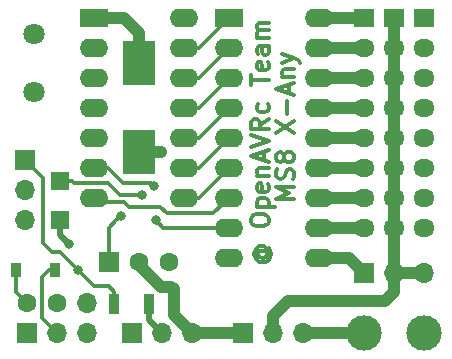
<source format=gbr>
G04 #@! TF.GenerationSoftware,KiCad,Pcbnew,(5.0.2)-1*
G04 #@! TF.CreationDate,2019-02-21T13:20:51+01:00*
G04 #@! TF.ProjectId,MutltiSwitch_Sw8,4d75746c-7469-4537-9769-7463685f5377,0.1*
G04 #@! TF.SameCoordinates,Original*
G04 #@! TF.FileFunction,Copper,L1,Top*
G04 #@! TF.FilePolarity,Positive*
%FSLAX46Y46*%
G04 Gerber Fmt 4.6, Leading zero omitted, Abs format (unit mm)*
G04 Created by KiCad (PCBNEW (5.0.2)-1) date 21/02/2019 13:20:51*
%MOMM*%
%LPD*%
G01*
G04 APERTURE LIST*
G04 #@! TA.AperFunction,NonConductor*
%ADD10C,0.300000*%
G04 #@! TD*
G04 #@! TA.AperFunction,ComponentPad*
%ADD11C,1.800000*%
G04 #@! TD*
G04 #@! TA.AperFunction,ComponentPad*
%ADD12R,1.800000X1.500000*%
G04 #@! TD*
G04 #@! TA.AperFunction,ComponentPad*
%ADD13O,1.800000X1.500000*%
G04 #@! TD*
G04 #@! TA.AperFunction,ComponentPad*
%ADD14R,2.400000X1.600000*%
G04 #@! TD*
G04 #@! TA.AperFunction,ComponentPad*
%ADD15O,2.400000X1.600000*%
G04 #@! TD*
G04 #@! TA.AperFunction,ComponentPad*
%ADD16C,3.000000*%
G04 #@! TD*
G04 #@! TA.AperFunction,SMDPad,CuDef*
%ADD17R,1.500000X1.500000*%
G04 #@! TD*
G04 #@! TA.AperFunction,ComponentPad*
%ADD18R,1.700000X1.700000*%
G04 #@! TD*
G04 #@! TA.AperFunction,ComponentPad*
%ADD19O,1.700000X1.700000*%
G04 #@! TD*
G04 #@! TA.AperFunction,ComponentPad*
%ADD20C,1.600000*%
G04 #@! TD*
G04 #@! TA.AperFunction,SMDPad,CuDef*
%ADD21R,0.900000X1.200000*%
G04 #@! TD*
G04 #@! TA.AperFunction,SMDPad,CuDef*
%ADD22R,0.900000X1.700000*%
G04 #@! TD*
G04 #@! TA.AperFunction,SMDPad,CuDef*
%ADD23R,2.700000X3.750000*%
G04 #@! TD*
G04 #@! TA.AperFunction,ViaPad*
%ADD24C,0.800000*%
G04 #@! TD*
G04 #@! TA.AperFunction,Conductor*
%ADD25C,0.500000*%
G04 #@! TD*
G04 #@! TA.AperFunction,Conductor*
%ADD26C,1.000000*%
G04 #@! TD*
G04 #@! TA.AperFunction,Conductor*
%ADD27C,0.310000*%
G04 #@! TD*
G04 APERTURE END LIST*
D10*
X158539571Y-106746714D02*
X157039571Y-106746714D01*
X158111000Y-106246714D01*
X157039571Y-105746714D01*
X158539571Y-105746714D01*
X158468142Y-105103857D02*
X158539571Y-104889571D01*
X158539571Y-104532428D01*
X158468142Y-104389571D01*
X158396714Y-104318142D01*
X158253857Y-104246714D01*
X158111000Y-104246714D01*
X157968142Y-104318142D01*
X157896714Y-104389571D01*
X157825285Y-104532428D01*
X157753857Y-104818142D01*
X157682428Y-104961000D01*
X157611000Y-105032428D01*
X157468142Y-105103857D01*
X157325285Y-105103857D01*
X157182428Y-105032428D01*
X157111000Y-104961000D01*
X157039571Y-104818142D01*
X157039571Y-104461000D01*
X157111000Y-104246714D01*
X157682428Y-103389571D02*
X157611000Y-103532428D01*
X157539571Y-103603857D01*
X157396714Y-103675285D01*
X157325285Y-103675285D01*
X157182428Y-103603857D01*
X157111000Y-103532428D01*
X157039571Y-103389571D01*
X157039571Y-103103857D01*
X157111000Y-102961000D01*
X157182428Y-102889571D01*
X157325285Y-102818142D01*
X157396714Y-102818142D01*
X157539571Y-102889571D01*
X157611000Y-102961000D01*
X157682428Y-103103857D01*
X157682428Y-103389571D01*
X157753857Y-103532428D01*
X157825285Y-103603857D01*
X157968142Y-103675285D01*
X158253857Y-103675285D01*
X158396714Y-103603857D01*
X158468142Y-103532428D01*
X158539571Y-103389571D01*
X158539571Y-103103857D01*
X158468142Y-102961000D01*
X158396714Y-102889571D01*
X158253857Y-102818142D01*
X157968142Y-102818142D01*
X157825285Y-102889571D01*
X157753857Y-102961000D01*
X157682428Y-103103857D01*
X157039571Y-101175285D02*
X158539571Y-100175285D01*
X157039571Y-100175285D02*
X158539571Y-101175285D01*
X157968142Y-99603857D02*
X157968142Y-98461000D01*
X158111000Y-97818142D02*
X158111000Y-97103857D01*
X158539571Y-97961000D02*
X157039571Y-97461000D01*
X158539571Y-96961000D01*
X157539571Y-96461000D02*
X158539571Y-96461000D01*
X157682428Y-96461000D02*
X157611000Y-96389571D01*
X157539571Y-96246714D01*
X157539571Y-96032428D01*
X157611000Y-95889571D01*
X157753857Y-95818142D01*
X158539571Y-95818142D01*
X157539571Y-95246714D02*
X158539571Y-94889571D01*
X157539571Y-94532428D02*
X158539571Y-94889571D01*
X158896714Y-95032428D01*
X158968142Y-95103857D01*
X159039571Y-95246714D01*
X155666285Y-111159571D02*
X155594857Y-111231000D01*
X155523428Y-111373857D01*
X155523428Y-111516714D01*
X155594857Y-111659571D01*
X155666285Y-111731000D01*
X155809142Y-111802428D01*
X155952000Y-111802428D01*
X156094857Y-111731000D01*
X156166285Y-111659571D01*
X156237714Y-111516714D01*
X156237714Y-111373857D01*
X156166285Y-111231000D01*
X156094857Y-111159571D01*
X155523428Y-111159571D02*
X156094857Y-111159571D01*
X156166285Y-111088142D01*
X156166285Y-111016714D01*
X156094857Y-110873857D01*
X155952000Y-110802428D01*
X155594857Y-110802428D01*
X155380571Y-110945285D01*
X155237714Y-111159571D01*
X155166285Y-111445285D01*
X155237714Y-111731000D01*
X155380571Y-111945285D01*
X155594857Y-112088142D01*
X155880571Y-112159571D01*
X156166285Y-112088142D01*
X156380571Y-111945285D01*
X156523428Y-111731000D01*
X156594857Y-111445285D01*
X156523428Y-111159571D01*
X156380571Y-110945285D01*
X154880571Y-108731000D02*
X154880571Y-108445285D01*
X154952000Y-108302428D01*
X155094857Y-108159571D01*
X155380571Y-108088142D01*
X155880571Y-108088142D01*
X156166285Y-108159571D01*
X156309142Y-108302428D01*
X156380571Y-108445285D01*
X156380571Y-108731000D01*
X156309142Y-108873857D01*
X156166285Y-109016714D01*
X155880571Y-109088142D01*
X155380571Y-109088142D01*
X155094857Y-109016714D01*
X154952000Y-108873857D01*
X154880571Y-108731000D01*
X155380571Y-107445285D02*
X156880571Y-107445285D01*
X155452000Y-107445285D02*
X155380571Y-107302428D01*
X155380571Y-107016714D01*
X155452000Y-106873857D01*
X155523428Y-106802428D01*
X155666285Y-106731000D01*
X156094857Y-106731000D01*
X156237714Y-106802428D01*
X156309142Y-106873857D01*
X156380571Y-107016714D01*
X156380571Y-107302428D01*
X156309142Y-107445285D01*
X156309142Y-105516714D02*
X156380571Y-105659571D01*
X156380571Y-105945285D01*
X156309142Y-106088142D01*
X156166285Y-106159571D01*
X155594857Y-106159571D01*
X155452000Y-106088142D01*
X155380571Y-105945285D01*
X155380571Y-105659571D01*
X155452000Y-105516714D01*
X155594857Y-105445285D01*
X155737714Y-105445285D01*
X155880571Y-106159571D01*
X155380571Y-104802428D02*
X156380571Y-104802428D01*
X155523428Y-104802428D02*
X155452000Y-104731000D01*
X155380571Y-104588142D01*
X155380571Y-104373857D01*
X155452000Y-104231000D01*
X155594857Y-104159571D01*
X156380571Y-104159571D01*
X155952000Y-103516714D02*
X155952000Y-102802428D01*
X156380571Y-103659571D02*
X154880571Y-103159571D01*
X156380571Y-102659571D01*
X154880571Y-102373857D02*
X156380571Y-101873857D01*
X154880571Y-101373857D01*
X156380571Y-100016714D02*
X155666285Y-100516714D01*
X156380571Y-100873857D02*
X154880571Y-100873857D01*
X154880571Y-100302428D01*
X154952000Y-100159571D01*
X155023428Y-100088142D01*
X155166285Y-100016714D01*
X155380571Y-100016714D01*
X155523428Y-100088142D01*
X155594857Y-100159571D01*
X155666285Y-100302428D01*
X155666285Y-100873857D01*
X156309142Y-98731000D02*
X156380571Y-98873857D01*
X156380571Y-99159571D01*
X156309142Y-99302428D01*
X156237714Y-99373857D01*
X156094857Y-99445285D01*
X155666285Y-99445285D01*
X155523428Y-99373857D01*
X155452000Y-99302428D01*
X155380571Y-99159571D01*
X155380571Y-98873857D01*
X155452000Y-98731000D01*
X154880571Y-97159571D02*
X154880571Y-96302428D01*
X156380571Y-96731000D02*
X154880571Y-96731000D01*
X156309142Y-95231000D02*
X156380571Y-95373857D01*
X156380571Y-95659571D01*
X156309142Y-95802428D01*
X156166285Y-95873857D01*
X155594857Y-95873857D01*
X155452000Y-95802428D01*
X155380571Y-95659571D01*
X155380571Y-95373857D01*
X155452000Y-95231000D01*
X155594857Y-95159571D01*
X155737714Y-95159571D01*
X155880571Y-95873857D01*
X156380571Y-93873857D02*
X155594857Y-93873857D01*
X155452000Y-93945285D01*
X155380571Y-94088142D01*
X155380571Y-94373857D01*
X155452000Y-94516714D01*
X156309142Y-93873857D02*
X156380571Y-94016714D01*
X156380571Y-94373857D01*
X156309142Y-94516714D01*
X156166285Y-94588142D01*
X156023428Y-94588142D01*
X155880571Y-94516714D01*
X155809142Y-94373857D01*
X155809142Y-94016714D01*
X155737714Y-93873857D01*
X156380571Y-93159571D02*
X155380571Y-93159571D01*
X155523428Y-93159571D02*
X155452000Y-93088142D01*
X155380571Y-92945285D01*
X155380571Y-92731000D01*
X155452000Y-92588142D01*
X155594857Y-92516714D01*
X156380571Y-92516714D01*
X155594857Y-92516714D02*
X155452000Y-92445285D01*
X155380571Y-92302428D01*
X155380571Y-92088142D01*
X155452000Y-91945285D01*
X155594857Y-91873857D01*
X156380571Y-91873857D01*
D11*
G04 #@! TO.P,X1,1*
G04 #@! TO.N,Net-(C3-Pad1)*
X136525000Y-92810000D03*
G04 #@! TO.P,X1,2*
G04 #@! TO.N,Net-(C2-Pad1)*
X136525000Y-97690000D03*
G04 #@! TD*
D12*
G04 #@! TO.P,P10,1*
G04 #@! TO.N,GND*
X169545000Y-91440000D03*
D13*
G04 #@! TO.P,P10,2*
X169545000Y-93980000D03*
G04 #@! TO.P,P10,3*
X169545000Y-96520000D03*
G04 #@! TO.P,P10,4*
X169545000Y-99060000D03*
G04 #@! TO.P,P10,5*
X169545000Y-101600000D03*
G04 #@! TO.P,P10,6*
X169545000Y-104140000D03*
G04 #@! TO.P,P10,7*
X169545000Y-106680000D03*
G04 #@! TO.P,P10,8*
X169545000Y-109220000D03*
G04 #@! TD*
D12*
G04 #@! TO.P,P7,1*
G04 #@! TO.N,Net-(P4-Pad2)*
X167005000Y-91440000D03*
D13*
G04 #@! TO.P,P7,2*
X167005000Y-93980000D03*
G04 #@! TO.P,P7,3*
X167005000Y-96520000D03*
G04 #@! TO.P,P7,4*
X167005000Y-99060000D03*
G04 #@! TO.P,P7,5*
X167005000Y-101600000D03*
G04 #@! TO.P,P7,6*
X167005000Y-104140000D03*
G04 #@! TO.P,P7,7*
X167005000Y-106680000D03*
G04 #@! TO.P,P7,8*
X167005000Y-109220000D03*
G04 #@! TD*
D14*
G04 #@! TO.P,IC1,1*
G04 #@! TO.N,+5V*
X141605000Y-91440000D03*
D15*
G04 #@! TO.P,IC1,8*
G04 #@! TO.N,Net-(IC1-Pad8)*
X149225000Y-106680000D03*
G04 #@! TO.P,IC1,2*
G04 #@! TO.N,Net-(C3-Pad1)*
X141605000Y-93980000D03*
G04 #@! TO.P,IC1,9*
G04 #@! TO.N,Net-(IC1-Pad9)*
X149225000Y-104140000D03*
G04 #@! TO.P,IC1,3*
G04 #@! TO.N,Net-(C2-Pad1)*
X141605000Y-96520000D03*
G04 #@! TO.P,IC1,10*
G04 #@! TO.N,Net-(IC1-Pad10)*
X149225000Y-101600000D03*
G04 #@! TO.P,IC1,4*
G04 #@! TO.N,Net-(IC1-Pad4)*
X141605000Y-99060000D03*
G04 #@! TO.P,IC1,11*
G04 #@! TO.N,Net-(IC1-Pad11)*
X149225000Y-99060000D03*
G04 #@! TO.P,IC1,5*
G04 #@! TO.N,Net-(IC1-Pad5)*
X141605000Y-101600000D03*
G04 #@! TO.P,IC1,12*
G04 #@! TO.N,Net-(IC1-Pad12)*
X149225000Y-96520000D03*
G04 #@! TO.P,IC1,6*
G04 #@! TO.N,Net-(IC1-Pad6)*
X141605000Y-104140000D03*
G04 #@! TO.P,IC1,13*
G04 #@! TO.N,Net-(IC1-Pad13)*
X149225000Y-93980000D03*
G04 #@! TO.P,IC1,7*
G04 #@! TO.N,Net-(IC1-Pad7)*
X141605000Y-106680000D03*
G04 #@! TO.P,IC1,14*
G04 #@! TO.N,GND*
X149225000Y-91440000D03*
G04 #@! TD*
D16*
G04 #@! TO.P,P6,2*
G04 #@! TO.N,+12C*
X164465000Y-118110000D03*
G04 #@! TO.P,P6,1*
G04 #@! TO.N,GND*
X169545000Y-118110000D03*
G04 #@! TD*
D12*
G04 #@! TO.P,P5,1*
G04 #@! TO.N,Net-(IC2-Pad18)*
X164465000Y-91440000D03*
D13*
G04 #@! TO.P,P5,2*
G04 #@! TO.N,Net-(IC2-Pad17)*
X164465000Y-93980000D03*
G04 #@! TO.P,P5,3*
G04 #@! TO.N,Net-(IC2-Pad16)*
X164465000Y-96520000D03*
G04 #@! TO.P,P5,4*
G04 #@! TO.N,Net-(IC2-Pad15)*
X164465000Y-99060000D03*
G04 #@! TO.P,P5,5*
G04 #@! TO.N,Net-(IC2-Pad14)*
X164465000Y-101600000D03*
G04 #@! TO.P,P5,6*
G04 #@! TO.N,Net-(IC2-Pad13)*
X164465000Y-104140000D03*
G04 #@! TO.P,P5,7*
G04 #@! TO.N,Net-(IC2-Pad12)*
X164465000Y-106680000D03*
G04 #@! TO.P,P5,8*
G04 #@! TO.N,Net-(IC2-Pad11)*
X164465000Y-109220000D03*
G04 #@! TD*
D17*
G04 #@! TO.P,D1,2*
G04 #@! TO.N,GND*
X138684000Y-108585000D03*
G04 #@! TO.P,D1,1*
G04 #@! TO.N,Net-(D1-Pad1)*
X138684000Y-105285000D03*
G04 #@! TD*
D14*
G04 #@! TO.P,IC2,1*
G04 #@! TO.N,Net-(IC1-Pad13)*
X153035000Y-91440000D03*
D15*
G04 #@! TO.P,IC2,10*
G04 #@! TO.N,Net-(IC2-Pad10)*
X160655000Y-111760000D03*
G04 #@! TO.P,IC2,2*
G04 #@! TO.N,Net-(IC1-Pad12)*
X153035000Y-93980000D03*
G04 #@! TO.P,IC2,11*
G04 #@! TO.N,Net-(IC2-Pad11)*
X160655000Y-109220000D03*
G04 #@! TO.P,IC2,3*
G04 #@! TO.N,Net-(IC1-Pad11)*
X153035000Y-96520000D03*
G04 #@! TO.P,IC2,12*
G04 #@! TO.N,Net-(IC2-Pad12)*
X160655000Y-106680000D03*
G04 #@! TO.P,IC2,4*
G04 #@! TO.N,Net-(IC1-Pad10)*
X153035000Y-99060000D03*
G04 #@! TO.P,IC2,13*
G04 #@! TO.N,Net-(IC2-Pad13)*
X160655000Y-104140000D03*
G04 #@! TO.P,IC2,5*
G04 #@! TO.N,Net-(IC1-Pad9)*
X153035000Y-101600000D03*
G04 #@! TO.P,IC2,14*
G04 #@! TO.N,Net-(IC2-Pad14)*
X160655000Y-101600000D03*
G04 #@! TO.P,IC2,6*
G04 #@! TO.N,Net-(IC1-Pad8)*
X153035000Y-104140000D03*
G04 #@! TO.P,IC2,15*
G04 #@! TO.N,Net-(IC2-Pad15)*
X160655000Y-99060000D03*
G04 #@! TO.P,IC2,7*
G04 #@! TO.N,Net-(IC1-Pad7)*
X153035000Y-106680000D03*
G04 #@! TO.P,IC2,16*
G04 #@! TO.N,Net-(IC2-Pad16)*
X160655000Y-96520000D03*
G04 #@! TO.P,IC2,8*
G04 #@! TO.N,Net-(IC1-Pad6)*
X153035000Y-109220000D03*
G04 #@! TO.P,IC2,17*
G04 #@! TO.N,Net-(IC2-Pad17)*
X160655000Y-93980000D03*
G04 #@! TO.P,IC2,9*
G04 #@! TO.N,GND*
X153035000Y-111760000D03*
G04 #@! TO.P,IC2,18*
G04 #@! TO.N,Net-(IC2-Pad18)*
X160655000Y-91440000D03*
G04 #@! TD*
D18*
G04 #@! TO.P,P1,1*
G04 #@! TO.N,+5V*
X144780000Y-118110000D03*
D19*
G04 #@! TO.P,P1,2*
X147320000Y-118110000D03*
G04 #@! TO.P,P1,3*
G04 #@! TO.N,+VRx*
X149860000Y-118110000D03*
G04 #@! TD*
D18*
G04 #@! TO.P,P2,1*
G04 #@! TO.N,Net-(P2-Pad1)*
X135763000Y-103505000D03*
D19*
G04 #@! TO.P,P2,2*
G04 #@! TO.N,+VRx*
X135763000Y-106045000D03*
G04 #@! TO.P,P2,3*
G04 #@! TO.N,GND*
X135763000Y-108585000D03*
G04 #@! TD*
D18*
G04 #@! TO.P,P3,1*
G04 #@! TO.N,Net-(IC1-Pad4)*
X142875000Y-112141000D03*
D20*
G04 #@! TO.P,P3,2*
G04 #@! TO.N,+VRx*
X145415000Y-112141000D03*
G04 #@! TO.P,P3,3*
G04 #@! TO.N,GND*
X147955000Y-112141000D03*
G04 #@! TD*
D18*
G04 #@! TO.P,P4,1*
G04 #@! TO.N,Net-(IC2-Pad10)*
X164465000Y-113030000D03*
D19*
G04 #@! TO.P,P4,2*
G04 #@! TO.N,Net-(P4-Pad2)*
X167005000Y-113030000D03*
G04 #@! TO.P,P4,3*
X169545000Y-113030000D03*
G04 #@! TD*
D21*
G04 #@! TO.P,D3,1*
G04 #@! TO.N,Net-(D3-Pad1)*
X135002000Y-112776000D03*
G04 #@! TO.P,D3,2*
G04 #@! TO.N,Net-(D3-Pad2)*
X138302000Y-112776000D03*
G04 #@! TD*
D18*
G04 #@! TO.P,P8,1*
G04 #@! TO.N,+VRx*
X154178000Y-118110000D03*
D19*
G04 #@! TO.P,P8,2*
G04 #@! TO.N,Net-(P4-Pad2)*
X156718000Y-118110000D03*
G04 #@! TO.P,P8,3*
G04 #@! TO.N,+12C*
X159258000Y-118110000D03*
G04 #@! TD*
D22*
G04 #@! TO.P,R4,1*
G04 #@! TO.N,+5V*
X146230000Y-115697000D03*
G04 #@! TO.P,R4,2*
G04 #@! TO.N,Net-(P2-Pad1)*
X143330000Y-115697000D03*
G04 #@! TD*
D18*
G04 #@! TO.P,P9,1*
G04 #@! TO.N,N/C*
X135890000Y-118110000D03*
D20*
G04 #@! TO.P,P9,2*
G04 #@! TO.N,Net-(D3-Pad1)*
X135890000Y-115570000D03*
D19*
G04 #@! TO.P,P9,3*
G04 #@! TO.N,Net-(D3-Pad2)*
X138430000Y-118110000D03*
D20*
G04 #@! TO.P,P9,4*
G04 #@! TO.N,+5V*
X138430000Y-115570000D03*
D19*
G04 #@! TO.P,P9,5*
G04 #@! TO.N,N/C*
X140970000Y-118110000D03*
G04 #@! TO.P,P9,6*
G04 #@! TO.N,GND*
X140970000Y-115570000D03*
G04 #@! TD*
D23*
G04 #@! TO.P,C4,1*
G04 #@! TO.N,+5V*
X145415000Y-95285000D03*
G04 #@! TO.P,C4,2*
G04 #@! TO.N,GND*
X145415000Y-102835000D03*
G04 #@! TD*
D24*
G04 #@! TO.N,GND*
X139446000Y-110597000D03*
X147285000Y-102835000D03*
G04 #@! TO.N,Net-(IC1-Pad4)*
X143891000Y-108204014D03*
G04 #@! TO.N,Net-(IC1-Pad6)*
X146812000Y-108585000D03*
X146714677Y-105664000D03*
G04 #@! TO.N,Net-(P2-Pad1)*
X140208000Y-112776000D03*
G04 #@! TO.N,Net-(D1-Pad1)*
X145669000Y-106426000D03*
G04 #@! TD*
D25*
G04 #@! TO.N,GND*
X138684000Y-109835000D02*
X138684000Y-108585000D01*
X139446000Y-110597000D02*
X138684000Y-109835000D01*
D26*
X145415000Y-102835000D02*
X147285000Y-102835000D01*
D25*
G04 #@! TO.N,+5V*
X146230000Y-115697000D02*
X146230000Y-117020000D01*
X146230000Y-117020000D02*
X147320000Y-118110000D01*
D26*
X145415000Y-95285000D02*
X145415000Y-92710000D01*
X144145000Y-91440000D02*
X141605000Y-91440000D01*
X145415000Y-92710000D02*
X144145000Y-91440000D01*
D27*
G04 #@! TO.N,Net-(IC1-Pad8)*
X149225000Y-106680000D02*
X150495000Y-106680000D01*
X150495000Y-106680000D02*
X153035000Y-104140000D01*
G04 #@! TO.N,Net-(IC1-Pad9)*
X149225000Y-104140000D02*
X150495000Y-104140000D01*
X150495000Y-104140000D02*
X153035000Y-101600000D01*
G04 #@! TO.N,Net-(IC1-Pad10)*
X149225000Y-101600000D02*
X150495000Y-101600000D01*
X150495000Y-101600000D02*
X153035000Y-99060000D01*
G04 #@! TO.N,Net-(IC1-Pad4)*
X142875000Y-109220014D02*
X143491001Y-108604013D01*
X143491001Y-108604013D02*
X143891000Y-108204014D01*
X142875000Y-112141000D02*
X142875000Y-109220014D01*
G04 #@! TO.N,Net-(IC1-Pad11)*
X149225000Y-99060000D02*
X150495000Y-99060000D01*
X150495000Y-99060000D02*
X153035000Y-96520000D01*
G04 #@! TO.N,Net-(IC1-Pad12)*
X149225000Y-96520000D02*
X150495000Y-96520000D01*
X150495000Y-96520000D02*
X153035000Y-93980000D01*
G04 #@! TO.N,GND*
X144780000Y-104140000D02*
X145796000Y-104140000D01*
G04 #@! TO.N,Net-(IC1-Pad6)*
X147447000Y-109220000D02*
X146812000Y-108585000D01*
X153035000Y-109220000D02*
X147447000Y-109220000D01*
X141605000Y-104140000D02*
X142748000Y-104140000D01*
X142748000Y-104140000D02*
X144018000Y-105410000D01*
X144018000Y-105410000D02*
X146431000Y-105410000D01*
X146685000Y-105664000D02*
X146714677Y-105664000D01*
X146431000Y-105410000D02*
X146685000Y-105664000D01*
G04 #@! TO.N,Net-(IC1-Pad13)*
X149225000Y-93980000D02*
X150495000Y-93980000D01*
X150495000Y-93980000D02*
X153035000Y-91440000D01*
G04 #@! TO.N,Net-(IC1-Pad7)*
X151701500Y-108013500D02*
X147764500Y-108013500D01*
X151701500Y-108013500D02*
X153035000Y-106680000D01*
X147193000Y-107442000D02*
X144526000Y-107442000D01*
X147193000Y-107442000D02*
X147764500Y-108013500D01*
X141986000Y-107061000D02*
X141605000Y-106680000D01*
X144145000Y-107061000D02*
X141986000Y-107061000D01*
X144526000Y-107442000D02*
X144145000Y-107061000D01*
D26*
G04 #@! TO.N,Net-(IC2-Pad10)*
X160655000Y-111760000D02*
X163195000Y-111760000D01*
X163195000Y-111760000D02*
X164465000Y-113030000D01*
G04 #@! TO.N,Net-(IC2-Pad11)*
X164465000Y-109220000D02*
X160655000Y-109220000D01*
G04 #@! TO.N,Net-(IC2-Pad12)*
X164465000Y-106680000D02*
X160655000Y-106680000D01*
G04 #@! TO.N,Net-(IC2-Pad13)*
X164465000Y-104140000D02*
X160655000Y-104140000D01*
G04 #@! TO.N,Net-(IC2-Pad14)*
X164465000Y-101600000D02*
X160655000Y-101600000D01*
G04 #@! TO.N,Net-(IC2-Pad15)*
X164465000Y-99060000D02*
X160655000Y-99060000D01*
G04 #@! TO.N,Net-(IC2-Pad16)*
X164465000Y-96520000D02*
X160655000Y-96520000D01*
G04 #@! TO.N,Net-(IC2-Pad17)*
X160655000Y-93980000D02*
X164465000Y-93980000D01*
G04 #@! TO.N,Net-(IC2-Pad18)*
X160655000Y-91440000D02*
X164465000Y-91440000D01*
D27*
G04 #@! TO.N,Net-(P2-Pad1)*
X142113000Y-114173000D02*
X141605000Y-114173000D01*
X141605000Y-114173000D02*
X140208000Y-112776000D01*
X143330000Y-114628000D02*
X143330000Y-115697000D01*
X142875000Y-114173000D02*
X143330000Y-114628000D01*
X142113000Y-114173000D02*
X142875000Y-114173000D01*
X143330000Y-115697000D02*
X143002000Y-115697000D01*
X138049000Y-111252000D02*
X138684000Y-111252000D01*
X137287000Y-110490000D02*
X138049000Y-111252000D01*
X137287000Y-105029000D02*
X137287000Y-110490000D01*
X138684000Y-111252000D02*
X140208000Y-112776000D01*
X135763000Y-103505000D02*
X137287000Y-105029000D01*
D26*
G04 #@! TO.N,Net-(P4-Pad2)*
X167005000Y-113030000D02*
X167005000Y-109220000D01*
X167005000Y-113030000D02*
X169545000Y-113030000D01*
X156718000Y-118110000D02*
X156718000Y-116713000D01*
X167005000Y-114681000D02*
X167005000Y-113030000D01*
X166243000Y-115443000D02*
X167005000Y-114681000D01*
X157988000Y-115443000D02*
X166243000Y-115443000D01*
X156718000Y-116713000D02*
X157988000Y-115443000D01*
X167005000Y-93980000D02*
X167005000Y-91440000D01*
X167005000Y-96520000D02*
X167005000Y-93980000D01*
X167005000Y-99060000D02*
X167005000Y-96520000D01*
X167005000Y-101600000D02*
X167005000Y-99060000D01*
X167005000Y-104140000D02*
X167005000Y-101600000D01*
X167005000Y-106680000D02*
X167005000Y-104140000D01*
X167005000Y-109220000D02*
X167005000Y-106680000D01*
G04 #@! TO.N,+VRx*
X147256500Y-114236500D02*
X148145500Y-114236500D01*
X148336000Y-114427000D02*
X148336000Y-115062000D01*
X148145500Y-114236500D02*
X148336000Y-114427000D01*
X147256500Y-114236500D02*
X145415000Y-112395000D01*
X145415000Y-112395000D02*
X145415000Y-112141000D01*
X148336000Y-116586000D02*
X148336000Y-115062000D01*
X148336000Y-116586000D02*
X149860000Y-118110000D01*
X154178000Y-118110000D02*
X149860000Y-118110000D01*
D27*
G04 #@! TO.N,Net-(D3-Pad1)*
X135002000Y-112776000D02*
X135002000Y-114682000D01*
X135002000Y-114682000D02*
X135890000Y-115570000D01*
G04 #@! TO.N,Net-(D3-Pad2)*
X137160000Y-114554000D02*
X137160000Y-116840000D01*
X137795000Y-112776000D02*
X137160000Y-113411000D01*
X137160000Y-113411000D02*
X137160000Y-114554000D01*
X138302000Y-112776000D02*
X137795000Y-112776000D01*
X137160000Y-116840000D02*
X138430000Y-118110000D01*
D26*
G04 #@! TO.N,+12C*
X159258000Y-118110000D02*
X164465000Y-118110000D01*
D27*
G04 #@! TO.N,Net-(D1-Pad1)*
X139744000Y-105285000D02*
X138684000Y-105285000D01*
X139869000Y-105410000D02*
X139744000Y-105285000D01*
X142748000Y-105410000D02*
X139869000Y-105410000D01*
X143764000Y-106426000D02*
X142748000Y-105410000D01*
X145669000Y-106426000D02*
X143764000Y-106426000D01*
G04 #@! TD*
M02*

</source>
